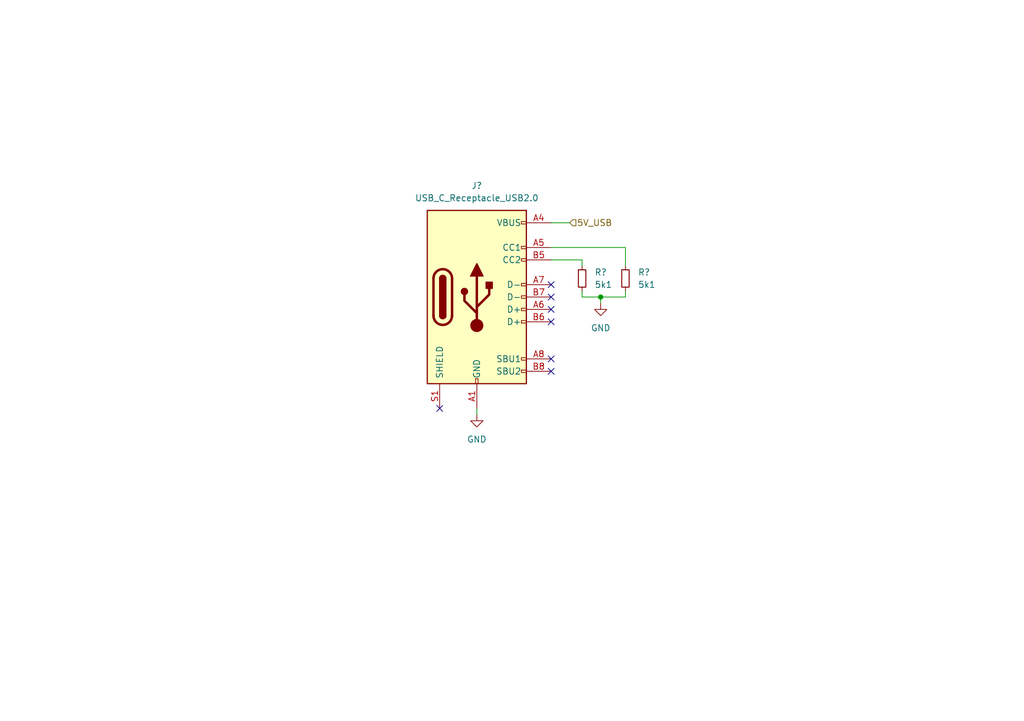
<source format=kicad_sch>
(kicad_sch (version 20211123) (generator eeschema)
  (paper "A5")
  (title_block (title "USB-C Plug with programming Resistors") (date "2022-12-27") (rev "0.1") (company "ncAudio"))
  (lib_symbols
    (symbol "Connector:USB_C_Receptacle_USB2.0" (pin_names (offset 1.016))
      (property "Reference" "J" (at -10.16 19.05 0))
      (property "Value" "USB_C_Receptacle_USB2.0" (at 19.05 19.05 0))
      (symbol "USB_C_Receptacle_USB2.0_0_0"
        (rectangle (start -0.254 -17.78) (end 0.254 -16.764))
        (rectangle (start 10.16 -14.986) (end 9.144 -15.494))
        (rectangle (start 10.16 -12.446) (end 9.144 -12.954))
        (rectangle (start 10.16 -4.826) (end 9.144 -5.334))
        (rectangle (start 10.16 -2.286) (end 9.144 -2.794))
        (rectangle (start 10.16 0.254) (end 9.144 -0.254))
        (rectangle (start 10.16 2.794) (end 9.144 2.286))
        (rectangle (start 10.16 7.874) (end 9.144 7.366))
        (rectangle (start 10.16 10.414) (end 9.144 9.906))
        (rectangle (start 10.16 15.494) (end 9.144 14.986))
      )
      (symbol "USB_C_Receptacle_USB2.0_0_1"
        (rectangle (start -10.16 17.78) (end 10.16 -17.78) (stroke (width 0.254)) (fill (type background)))
        (arc (start -8.89 -3.81) (mid -6.985 -5.715) (end -5.08 -3.81) (stroke (width 0.508)))
        (arc (start -7.62 -3.81) (mid -6.985 -4.445) (end -6.35 -3.81) (stroke (width 0.254)))
        (arc (start -7.62 -3.81) (mid -6.985 -4.445) (end -6.35 -3.81) (stroke (width 0.254)) (fill (type outline)))
        (rectangle (start -7.62 -3.81) (end -6.35 3.81) (stroke (width 0.254)) (fill (type outline)))
        (arc (start -6.35 3.81) (mid -6.985 4.445) (end -7.62 3.81) (stroke (width 0.254)))
        (arc (start -6.35 3.81) (mid -6.985 4.445) (end -7.62 3.81) (stroke (width 0.254)) (fill (type outline)))
        (arc (start -5.08 3.81) (mid -6.985 5.715) (end -8.89 3.81) (stroke (width 0.508)))
        (circle (center -2.54 1.143) (radius 0.635) (stroke (width 0.254)) (fill (type outline)))
        (circle (center 0 -5.842) (radius 1.27) (fill (type outline)))
        (polyline (pts (xy -8.89 -3.81) (xy -8.89 3.81)) (stroke (width 0.508)))
        (polyline (pts (xy -5.08 3.81) (xy -5.08 -3.81)) (stroke (width 0.508)))
        (polyline (pts (xy 0 -5.842) (xy 0 4.318)) (stroke (width 0.508)))
        (polyline (pts (xy 0 -3.302) (xy -2.54 -0.762) (xy -2.54 0.508)) (stroke (width 0.508)))
        (polyline (pts (xy 0 -2.032) (xy 2.54 0.508) (xy 2.54 1.778)) (stroke (width 0.508)))
        (polyline (pts (xy -1.27 4.318) (xy 0 6.858) (xy 1.27 4.318) (xy -1.27 4.318)) (stroke (width 0.254)) (fill (type outline)))
        (rectangle (start 1.905 1.778) (end 3.175 3.048) (stroke (width 0.254)) (fill (type outline)))
      )
      (symbol "USB_C_Receptacle_USB2.0_1_1"
        (pin passive line (at 0 -22.86 90) (length 5.08) (name "GND") (number "A1"))
        (pin passive line (at 0 -22.86 90) (length 5.08) hide (name "GND") (number "A12"))
        (pin passive line (at 15.24 15.24 180) (length 5.08) (name "VBUS") (number "A4"))
        (pin bidirectional line (at 15.24 10.16 180) (length 5.08) (name "CC1") (number "A5"))
        (pin bidirectional line (at 15.24 -2.54 180) (length 5.08) (name "D+") (number "A6"))
        (pin bidirectional line (at 15.24 2.54 180) (length 5.08) (name "D-") (number "A7"))
        (pin bidirectional line (at 15.24 -12.7 180) (length 5.08) (name "SBU1") (number "A8"))
        (pin passive line (at 15.24 15.24 180) (length 5.08) hide (name "VBUS") (number "A9"))
        (pin passive line (at 0 -22.86 90) (length 5.08) hide (name "GND") (number "B1"))
        (pin passive line (at 0 -22.86 90) (length 5.08) hide (name "GND") (number "B12"))
        (pin passive line (at 15.24 15.24 180) (length 5.08) hide (name "VBUS") (number "B4"))
        (pin bidirectional line (at 15.24 7.62 180) (length 5.08) (name "CC2") (number "B5"))
        (pin bidirectional line (at 15.24 -5.08 180) (length 5.08) (name "D+") (number "B6"))
        (pin bidirectional line (at 15.24 0 180) (length 5.08) (name "D-") (number "B7"))
        (pin bidirectional line (at 15.24 -15.24 180) (length 5.08) (name "SBU2") (number "B8"))
        (pin passive line (at 15.24 15.24 180) (length 5.08) hide (name "VBUS") (number "B9"))
        (pin passive line (at -7.62 -22.86 90) (length 5.08) (name "SHIELD") (number "S1"))
      )
    )
    (symbol "Device:R_Small" (pin_numbers hide) (pin_names (offset 0.254) hide)
      (property "Reference" "R" (at 0.762 0.508 0))
      (property "Value" "R_Small" (at 0.762 -1.016 0))
      (symbol "R_Small_0_1"
        (rectangle (start -0.762 1.778) (end 0.762 -1.778) (stroke (width 0.2032)))
      )
      (symbol "R_Small_1_1"
        (pin passive line (at 0 2.54 270) (length 0.762) (name "~") (number "1"))
        (pin passive line (at 0 -2.54 90) (length 0.762) (name "~") (number "2"))
      )
    )
    (symbol "power:GND" (power) (pin_names (offset 0))
      (property "Value" "GND" (at 0 -3.81 0))
      (symbol "GND_0_1"
        (polyline (pts (xy 0 0) (xy 0 -1.27) (xy 1.27 -1.27) (xy 0 -2.54) (xy -1.27 -1.27) (xy 0 -1.27)))
      )
      (symbol "GND_1_1"
        (pin power_in line (at 0 0 270) (length 0) hide (name "GND") (number "1"))
      )
    )
  )
  (junction (at 123.19 60.96))
  (no_connect (at 113.03 76.2))
  (no_connect (at 113.03 63.5))
  (no_connect (at 113.03 73.66))
  (no_connect (at 113.03 66.04))
  (no_connect (at 113.03 58.42))
  (no_connect (at 113.03 60.96))
  (no_connect (at 90.17 83.82))
  (wire (pts (xy 123.19 60.96) (xy 128.27 60.96)))
  (wire (pts (xy 119.38 54.61) (xy 119.38 53.34)))
  (wire (pts (xy 128.27 50.8) (xy 113.03 50.8)))
  (wire (pts (xy 116.84 45.72) (xy 113.03 45.72)))
  (wire (pts (xy 119.38 59.69) (xy 119.38 60.96)))
  (wire (pts (xy 119.38 60.96) (xy 123.19 60.96)))
  (wire (pts (xy 97.79 83.82) (xy 97.79 85.09)))
  (wire (pts (xy 128.27 54.61) (xy 128.27 50.8)))
  (wire (pts (xy 128.27 60.96) (xy 128.27 59.69)))
  (wire (pts (xy 119.38 53.34) (xy 113.03 53.34)))
  (wire (pts (xy 123.19 60.96) (xy 123.19 62.23)))
  (hierarchical_label "5V_USB" (shape input) (at 116.84 45.72 0))
  (symbol (lib_id "Device:R_Small") (at 128.27 57.15 0) (unit 1)
    (property "Reference" "R?" (at 130.81 55.8799 0) (effects (justify left)))
    (property "Value" "5k1" (at 130.81 58.4199 0) (effects (justify left)))
  )
  (symbol (lib_id "power:GND") (at 123.19 62.23 0) (unit 1)
    (property "Reference" "#PWR?" (effects hide))
    (property "Value" "GND" (at 123.19 67.31 0))
  )
  (symbol (lib_id "Device:R_Small") (at 119.38 57.15 0) (unit 1)
    (property "Reference" "R?" (at 121.92 55.8799 0) (effects (justify left)))
    (property "Value" "5k1" (at 121.92 58.4199 0) (effects (justify left)))
  )
  (symbol (lib_id "Connector:USB_C_Receptacle_USB2.0") (at 97.79 60.96 0) (unit 1)
    (property "Reference" "J?" (at 97.79 38.1 0))
    (property "Value" "USB_C_Receptacle_USB2.0" (at 97.79 40.64 0))
    (property "Datasheet" "https://www.usb.org/sites/default/files/documents/usb_type-c.zip" (effects hide))
  )
  (symbol (lib_id "power:GND") (at 97.79 85.09 0) (unit 1)
    (property "Reference" "#PWR?" (effects hide))
    (property "Value" "GND" (at 97.79 90.17 0))
  )
)
</source>
